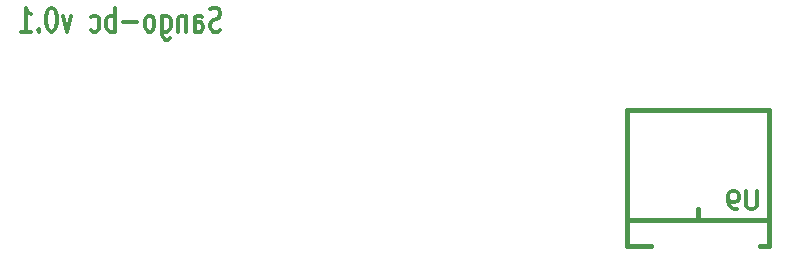
<source format=gbo>
G04 (created by PCBNEW-RS274X (2012-01-19 BZR 3256)-stable) date 29/09/2012 11:03:43*
G01*
G70*
G90*
%MOIN*%
G04 Gerber Fmt 3.4, Leading zero omitted, Abs format*
%FSLAX34Y34*%
G04 APERTURE LIST*
%ADD10C,0.006000*%
%ADD11C,0.012000*%
%ADD12C,0.015000*%
G04 APERTURE END LIST*
G54D10*
G54D11*
X10578Y07364D02*
X10492Y07326D01*
X10349Y07326D01*
X10292Y07364D01*
X10263Y07402D01*
X10235Y07479D01*
X10235Y07555D01*
X10263Y07631D01*
X10292Y07669D01*
X10349Y07707D01*
X10463Y07745D01*
X10521Y07783D01*
X10549Y07821D01*
X10578Y07898D01*
X10578Y07974D01*
X10549Y08050D01*
X10521Y08088D01*
X10463Y08126D01*
X10321Y08126D01*
X10235Y08088D01*
X09721Y07326D02*
X09721Y07745D01*
X09750Y07821D01*
X09807Y07860D01*
X09921Y07860D01*
X09978Y07821D01*
X09721Y07364D02*
X09778Y07326D01*
X09921Y07326D01*
X09978Y07364D01*
X10007Y07440D01*
X10007Y07517D01*
X09978Y07593D01*
X09921Y07631D01*
X09778Y07631D01*
X09721Y07669D01*
X09435Y07860D02*
X09435Y07326D01*
X09435Y07783D02*
X09407Y07821D01*
X09349Y07860D01*
X09264Y07860D01*
X09207Y07821D01*
X09178Y07745D01*
X09178Y07326D01*
X08635Y07860D02*
X08635Y07212D01*
X08664Y07136D01*
X08692Y07098D01*
X08749Y07060D01*
X08835Y07060D01*
X08892Y07098D01*
X08635Y07364D02*
X08692Y07326D01*
X08806Y07326D01*
X08864Y07364D01*
X08892Y07402D01*
X08921Y07479D01*
X08921Y07707D01*
X08892Y07783D01*
X08864Y07821D01*
X08806Y07860D01*
X08692Y07860D01*
X08635Y07821D01*
X08263Y07326D02*
X08321Y07364D01*
X08349Y07402D01*
X08378Y07479D01*
X08378Y07707D01*
X08349Y07783D01*
X08321Y07821D01*
X08263Y07860D01*
X08178Y07860D01*
X08121Y07821D01*
X08092Y07783D01*
X08063Y07707D01*
X08063Y07479D01*
X08092Y07402D01*
X08121Y07364D01*
X08178Y07326D01*
X08263Y07326D01*
X07806Y07631D02*
X07349Y07631D01*
X07063Y07326D02*
X07063Y08126D01*
X07063Y07821D02*
X07006Y07860D01*
X06892Y07860D01*
X06835Y07821D01*
X06806Y07783D01*
X06777Y07707D01*
X06777Y07479D01*
X06806Y07402D01*
X06835Y07364D01*
X06892Y07326D01*
X07006Y07326D01*
X07063Y07364D01*
X06263Y07364D02*
X06320Y07326D01*
X06434Y07326D01*
X06492Y07364D01*
X06520Y07402D01*
X06549Y07479D01*
X06549Y07707D01*
X06520Y07783D01*
X06492Y07821D01*
X06434Y07860D01*
X06320Y07860D01*
X06263Y07821D01*
X05606Y07860D02*
X05463Y07326D01*
X05321Y07860D01*
X04978Y08126D02*
X04921Y08126D01*
X04864Y08088D01*
X04835Y08050D01*
X04806Y07974D01*
X04778Y07821D01*
X04778Y07631D01*
X04806Y07479D01*
X04835Y07402D01*
X04864Y07364D01*
X04921Y07326D01*
X04978Y07326D01*
X05035Y07364D01*
X05064Y07402D01*
X05092Y07479D01*
X05121Y07631D01*
X05121Y07821D01*
X05092Y07974D01*
X05064Y08050D01*
X05035Y08088D01*
X04978Y08126D01*
X04521Y07402D02*
X04493Y07364D01*
X04521Y07326D01*
X04550Y07364D01*
X04521Y07402D01*
X04521Y07326D01*
X03921Y07326D02*
X04264Y07326D01*
X04092Y07326D02*
X04092Y08126D01*
X04149Y08012D01*
X04207Y07936D01*
X04264Y07898D01*
G54D12*
X28863Y04697D02*
X24138Y04697D01*
X24138Y00189D02*
X24945Y00189D01*
X28863Y00189D02*
X28567Y00189D01*
X24137Y04698D02*
X24137Y00190D01*
X28863Y01036D02*
X24138Y01036D01*
X26500Y01036D02*
X26500Y01410D01*
X28862Y04698D02*
X28862Y00190D01*
G54D11*
X28457Y02007D02*
X28457Y01521D01*
X28429Y01464D01*
X28400Y01436D01*
X28343Y01407D01*
X28229Y01407D01*
X28171Y01436D01*
X28143Y01464D01*
X28114Y01521D01*
X28114Y02007D01*
X27800Y01407D02*
X27685Y01407D01*
X27628Y01436D01*
X27600Y01464D01*
X27542Y01550D01*
X27514Y01664D01*
X27514Y01893D01*
X27542Y01950D01*
X27571Y01979D01*
X27628Y02007D01*
X27742Y02007D01*
X27800Y01979D01*
X27828Y01950D01*
X27857Y01893D01*
X27857Y01750D01*
X27828Y01693D01*
X27800Y01664D01*
X27742Y01636D01*
X27628Y01636D01*
X27571Y01664D01*
X27542Y01693D01*
X27514Y01750D01*
M02*

</source>
